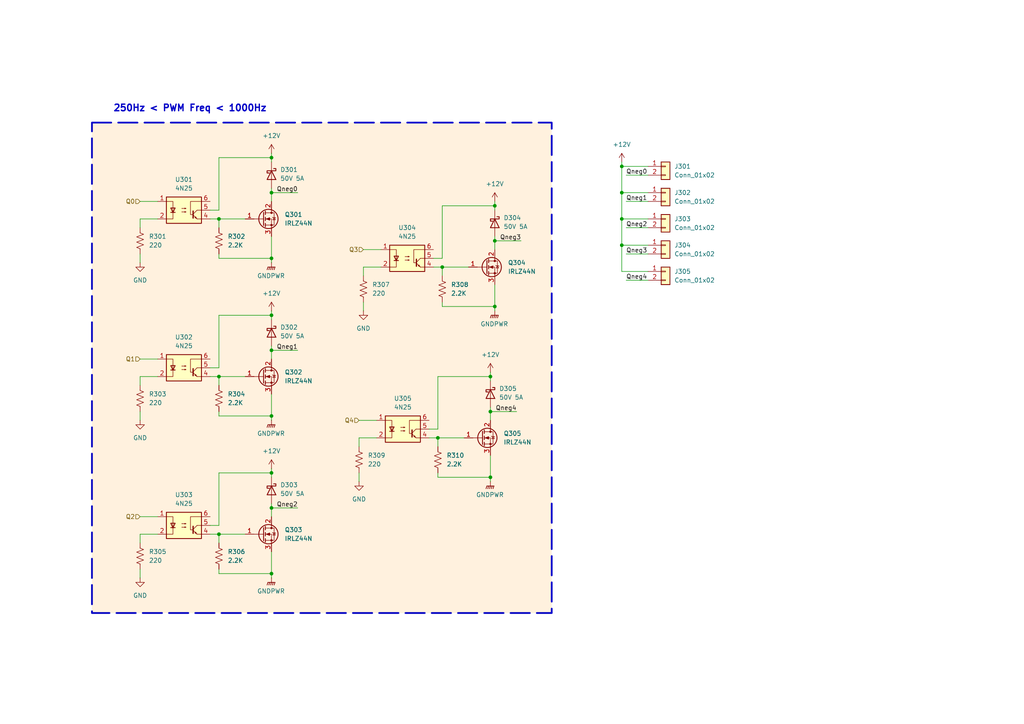
<source format=kicad_sch>
(kicad_sch (version 20231120) (generator "eeschema") (generator_version "8.0")
  (paper "A4")
  (lib_symbols
    (symbol "Connector_Generic:Conn_01x02" (pin_names (offset 1.016) hide)
      (property "Reference" "J" (at 0 2.54 0))
      (property "Value" "Conn_01x02" (at 0 -5.08 0))
      (symbol "Conn_01x02_1_1"
        (rectangle (start -1.27 -2.413) (end 0 -2.667) (stroke (width 0.1524)))
        (rectangle (start -1.27 0.127) (end 0 -0.127) (stroke (width 0.1524)))
        (rectangle (start -1.27 1.27) (end 1.27 -3.81) (stroke (width 0.254)) (fill (type background)))
        (pin passive line (at -5.08 0 0) (length 3.81) (name "Pin_1") (number "1"))
        (pin passive line (at -5.08 -2.54 0) (length 3.81) (name "Pin_2") (number "2"))
      )
    )
    (symbol "Device:R_US" (pin_numbers hide) (pin_names (offset 0))
      (property "Reference" "R" (at 2.54 0 90))
      (property "Value" "R_US" (at -2.54 0 90))
      (symbol "R_US_0_1"
        (polyline (pts (xy 0 -2.286) (xy 0 -2.54)))
        (polyline (pts (xy 0 2.286) (xy 0 2.54)))
        (polyline (pts (xy 0 -0.762) (xy 1.016 -1.143) (xy 0 -1.524) (xy -1.016 -1.905) (xy 0 -2.286)))
        (polyline (pts (xy 0 0.762) (xy 1.016 0.381) (xy 0 0) (xy -1.016 -0.381) (xy 0 -0.762)))
        (polyline (pts (xy 0 2.286) (xy 1.016 1.905) (xy 0 1.524) (xy -1.016 1.143) (xy 0 0.762)))
      )
      (symbol "R_US_1_1"
        (pin passive line (at 0 3.81 270) (length 1.27) (name "~") (number "1"))
        (pin passive line (at 0 -3.81 90) (length 1.27) (name "~") (number "2"))
      )
    )
    (symbol "Diode:1N5817" (pin_numbers hide) (pin_names (offset 1.016) hide)
      (property "Reference" "D" (at 0 2.54 0))
      (property "Value" "1N5817" (at 0 -2.54 0))
      (symbol "1N5817_0_1"
        (polyline (pts (xy 1.27 0) (xy -1.27 0)))
        (polyline (pts (xy 1.27 1.27) (xy 1.27 -1.27) (xy -1.27 0) (xy 1.27 1.27)) (stroke (width 0.254)))
        (polyline (pts (xy -1.905 0.635) (xy -1.905 1.27) (xy -1.27 1.27) (xy -1.27 -1.27) (xy -0.635 -1.27) (xy -0.635 -0.635)) (stroke (width 0.254)))
      )
      (symbol "1N5817_1_1"
        (pin passive line (at -3.81 0 0) (length 2.54) (name "K") (number "1"))
        (pin passive line (at 3.81 0 180) (length 2.54) (name "A") (number "2"))
      )
    )
    (symbol "Isolator:4N25" (pin_names (offset 1.016))
      (property "Reference" "U" (at -5.08 5.08 0))
      (property "Value" "4N25" (at 0 5.08 0))
      (symbol "4N25_0_1"
        (rectangle (start -5.08 3.81) (end 5.08 -3.81) (stroke (width 0.254)) (fill (type background)))
        (polyline (pts (xy -3.81 -0.635) (xy -2.54 -0.635)) (stroke (width 0.254)))
        (polyline (pts (xy 2.667 -1.397) (xy 3.81 -2.54)))
        (polyline (pts (xy 2.667 -1.143) (xy 3.81 0)))
        (polyline (pts (xy 3.81 -2.54) (xy 5.08 -2.54)))
        (polyline (pts (xy 3.81 0) (xy 5.08 0)))
        (polyline (pts (xy 2.667 -0.254) (xy 2.667 -2.286) (xy 2.667 -2.286)) (stroke (width 0.3556)))
        (polyline (pts (xy -5.08 -2.54) (xy -3.175 -2.54) (xy -3.175 2.54) (xy -5.08 2.54)))
        (polyline (pts (xy -3.175 -0.635) (xy -3.81 0.635) (xy -2.54 0.635) (xy -3.175 -0.635)) (stroke (width 0.254)))
        (polyline (pts (xy 3.683 -2.413) (xy 3.429 -1.905) (xy 3.175 -2.159) (xy 3.683 -2.413)))
        (polyline (pts (xy 5.08 2.54) (xy 1.905 2.54) (xy 1.905 -1.27) (xy 2.54 -1.27)))
        (polyline (pts (xy -0.635 -0.508) (xy 0.635 -0.508) (xy 0.254 -0.635) (xy 0.254 -0.381) (xy 0.635 -0.508)))
        (polyline (pts (xy -0.635 0.508) (xy 0.635 0.508) (xy 0.254 0.381) (xy 0.254 0.635) (xy 0.635 0.508)))
      )
      (symbol "4N25_1_1"
        (pin passive line (at -7.62 2.54 0) (length 2.54) (name "~") (number "1"))
        (pin passive line (at -7.62 -2.54 0) (length 2.54) (name "~") (number "2"))
        (pin no_connect line (at -5.08 0 0) (length 2.54) hide (name "NC") (number "3"))
        (pin passive line (at 7.62 -2.54 180) (length 2.54) (name "~") (number "4"))
        (pin passive line (at 7.62 0 180) (length 2.54) (name "~") (number "5"))
        (pin passive line (at 7.62 2.54 180) (length 2.54) (name "~") (number "6"))
      )
    )
    (symbol "Transistor_FET:IRLZ44N" (pin_names hide)
      (property "Reference" "Q" (at 5.08 1.905 0))
      (property "Value" "IRLZ44N" (at 5.08 0 0))
      (symbol "IRLZ44N_0_1"
        (polyline (pts (xy 0.254 0) (xy -2.54 0)))
        (polyline (pts (xy 0.254 1.905) (xy 0.254 -1.905)) (stroke (width 0.254)))
        (polyline (pts (xy 0.762 -1.27) (xy 0.762 -2.286)) (stroke (width 0.254)))
        (polyline (pts (xy 0.762 0.508) (xy 0.762 -0.508)) (stroke (width 0.254)))
        (polyline (pts (xy 0.762 2.286) (xy 0.762 1.27)) (stroke (width 0.254)))
        (polyline (pts (xy 2.54 2.54) (xy 2.54 1.778)))
        (polyline (pts (xy 2.54 -2.54) (xy 2.54 0) (xy 0.762 0)))
        (polyline (pts (xy 0.762 -1.778) (xy 3.302 -1.778) (xy 3.302 1.778) (xy 0.762 1.778)))
        (polyline (pts (xy 1.016 0) (xy 2.032 0.381) (xy 2.032 -0.381) (xy 1.016 0)) (fill (type outline)))
        (polyline (pts (xy 2.794 0.508) (xy 2.921 0.381) (xy 3.683 0.381) (xy 3.81 0.254)))
        (polyline (pts (xy 3.302 0.381) (xy 2.921 -0.254) (xy 3.683 -0.254) (xy 3.302 0.381)))
        (circle (center 1.651 0) (radius 2.794) (stroke (width 0.254)))
        (circle (center 2.54 -1.778) (radius 0.254) (fill (type outline)))
        (circle (center 2.54 1.778) (radius 0.254) (fill (type outline)))
      )
      (symbol "IRLZ44N_1_1"
        (pin input line (at -5.08 0 0) (length 2.54) (name "G") (number "1"))
        (pin passive line (at 2.54 5.08 270) (length 2.54) (name "D") (number "2"))
        (pin passive line (at 2.54 -5.08 90) (length 2.54) (name "S") (number "3"))
      )
    )
    (symbol "power:+12V" (power) (pin_numbers hide) (pin_names (offset 0) hide)
      (property "Value" "+12V" (at 0 3.556 0))
      (symbol "+12V_0_1"
        (polyline (pts (xy -0.762 1.27) (xy 0 2.54)))
        (polyline (pts (xy 0 0) (xy 0 2.54)))
        (polyline (pts (xy 0 2.54) (xy 0.762 1.27)))
      )
      (symbol "+12V_1_1"
        (pin power_in line (at 0 0 90) (length 0) (name "~") (number "1"))
      )
    )
    (symbol "power:GND" (power) (pin_numbers hide) (pin_names (offset 0) hide)
      (property "Value" "GND" (at 0 -3.81 0))
      (symbol "GND_0_1"
        (polyline (pts (xy 0 0) (xy 0 -1.27) (xy 1.27 -1.27) (xy 0 -2.54) (xy -1.27 -1.27) (xy 0 -1.27)))
      )
      (symbol "GND_1_1"
        (pin power_in line (at 0 0 270) (length 0) (name "~") (number "1"))
      )
    )
    (symbol "power:GNDPWR" (power) (pin_numbers hide) (pin_names (offset 0) hide)
      (property "Value" "GNDPWR" (at 0 -3.302 0))
      (symbol "GNDPWR_0_1"
        (polyline (pts (xy 0 -1.27) (xy 0 0)))
        (polyline (pts (xy -1.016 -1.27) (xy -1.27 -2.032) (xy -1.27 -2.032)) (stroke (width 0.2032)))
        (polyline (pts (xy -0.508 -1.27) (xy -0.762 -2.032) (xy -0.762 -2.032)) (stroke (width 0.2032)))
        (polyline (pts (xy 0 -1.27) (xy -0.254 -2.032) (xy -0.254 -2.032)) (stroke (width 0.2032)))
        (polyline (pts (xy 0.508 -1.27) (xy 0.254 -2.032) (xy 0.254 -2.032)) (stroke (width 0.2032)))
        (polyline (pts (xy 1.016 -1.27) (xy -1.016 -1.27) (xy -1.016 -1.27)) (stroke (width 0.2032)))
        (polyline (pts (xy 1.016 -1.27) (xy 0.762 -2.032) (xy 0.762 -2.032) (xy 0.762 -2.032)) (stroke (width 0.2032)))
      )
      (symbol "GNDPWR_1_1"
        (pin power_in line (at 0 0 270) (length 0) (name "~") (number "1"))
      )
    )
  )
  (junction (at 78.74 120.65))
  (junction (at 180.34 48.26))
  (junction (at 142.24 138.43))
  (junction (at 78.74 166.37))
  (junction (at 142.24 109.22))
  (junction (at 127 127))
  (junction (at 63.5 154.94))
  (junction (at 180.34 63.5))
  (junction (at 78.74 101.6))
  (junction (at 63.5 63.5))
  (junction (at 78.74 45.72))
  (junction (at 78.74 147.32))
  (junction (at 78.74 74.93))
  (junction (at 128.27 77.47))
  (junction (at 143.51 59.69))
  (junction (at 143.51 69.85))
  (junction (at 180.34 55.88))
  (junction (at 142.24 119.38))
  (junction (at 143.51 88.9))
  (junction (at 63.5 109.22))
  (junction (at 78.74 55.88))
  (junction (at 78.74 137.16))
  (junction (at 78.74 91.44))
  (junction (at 180.34 71.12))
  (wire (pts (xy 127 109.22) (xy 142.24 109.22)))
  (wire (pts (xy 125.73 77.47) (xy 128.27 77.47)))
  (wire (pts (xy 78.74 92.71) (xy 78.74 91.44)))
  (wire (pts (xy 142.24 121.92) (xy 142.24 119.38)))
  (wire (pts (xy 149.86 119.38) (xy 142.24 119.38)))
  (wire (pts (xy 181.61 73.66) (xy 187.96 73.66)))
  (wire (pts (xy 142.24 132.08) (xy 142.24 138.43)))
  (wire (pts (xy 40.64 154.94) (xy 40.64 157.48)))
  (wire (pts (xy 142.24 110.49) (xy 142.24 109.22)))
  (wire (pts (xy 63.5 109.22) (xy 63.5 111.76)))
  (wire (pts (xy 78.74 68.58) (xy 78.74 74.93)))
  (wire (pts (xy 180.34 63.5) (xy 180.34 71.12)))
  (wire (pts (xy 105.41 77.47) (xy 105.41 80.01)))
  (wire (pts (xy 127 138.43) (xy 142.24 138.43)))
  (wire (pts (xy 40.64 149.86) (xy 45.72 149.86)))
  (wire (pts (xy 63.5 137.16) (xy 78.74 137.16)))
  (wire (pts (xy 78.74 104.14) (xy 78.74 101.6)))
  (wire (pts (xy 110.49 77.47) (xy 105.41 77.47)))
  (wire (pts (xy 60.96 63.5) (xy 63.5 63.5)))
  (wire (pts (xy 104.14 127) (xy 104.14 129.54)))
  (wire (pts (xy 86.36 101.6) (xy 78.74 101.6)))
  (wire (pts (xy 63.5 154.94) (xy 71.12 154.94)))
  (wire (pts (xy 78.74 149.86) (xy 78.74 147.32)))
  (wire (pts (xy 105.41 72.39) (xy 110.49 72.39)))
  (wire (pts (xy 143.51 60.96) (xy 143.51 59.69)))
  (wire (pts (xy 127 109.22) (xy 127 124.46)))
  (wire (pts (xy 40.64 63.5) (xy 40.64 66.04)))
  (wire (pts (xy 63.5 74.93) (xy 78.74 74.93)))
  (wire (pts (xy 109.22 127) (xy 104.14 127)))
  (wire (pts (xy 40.64 104.14) (xy 45.72 104.14)))
  (wire (pts (xy 181.61 50.8) (xy 187.96 50.8)))
  (wire (pts (xy 181.61 66.04) (xy 187.96 66.04)))
  (wire (pts (xy 63.5 166.37) (xy 78.74 166.37)))
  (wire (pts (xy 128.27 77.47) (xy 135.89 77.47)))
  (wire (pts (xy 78.74 46.99) (xy 78.74 45.72)))
  (wire (pts (xy 127 124.46) (xy 124.46 124.46)))
  (wire (pts (xy 187.96 55.88) (xy 180.34 55.88)))
  (wire (pts (xy 104.14 121.92) (xy 109.22 121.92)))
  (wire (pts (xy 86.36 55.88) (xy 78.74 55.88)))
  (wire (pts (xy 187.96 48.26) (xy 180.34 48.26)))
  (wire (pts (xy 63.5 109.22) (xy 71.12 109.22)))
  (wire (pts (xy 63.5 119.38) (xy 63.5 120.65)))
  (wire (pts (xy 180.34 46.99) (xy 180.34 48.26)))
  (wire (pts (xy 86.36 147.32) (xy 78.74 147.32)))
  (wire (pts (xy 60.96 109.22) (xy 63.5 109.22)))
  (wire (pts (xy 63.5 60.96) (xy 60.96 60.96)))
  (wire (pts (xy 78.74 54.61) (xy 78.74 55.88)))
  (wire (pts (xy 63.5 63.5) (xy 71.12 63.5)))
  (wire (pts (xy 180.34 71.12) (xy 180.34 78.74)))
  (wire (pts (xy 63.5 73.66) (xy 63.5 74.93)))
  (wire (pts (xy 143.51 88.9) (xy 143.51 90.17)))
  (wire (pts (xy 127 127) (xy 127 129.54)))
  (wire (pts (xy 180.34 55.88) (xy 180.34 63.5)))
  (wire (pts (xy 127 127) (xy 134.62 127)))
  (wire (pts (xy 143.51 58.42) (xy 143.51 59.69)))
  (wire (pts (xy 128.27 59.69) (xy 143.51 59.69)))
  (wire (pts (xy 40.64 73.66) (xy 40.64 76.2)))
  (wire (pts (xy 40.64 119.38) (xy 40.64 121.92)))
  (wire (pts (xy 142.24 107.95) (xy 142.24 109.22)))
  (wire (pts (xy 104.14 137.16) (xy 104.14 139.7)))
  (wire (pts (xy 78.74 138.43) (xy 78.74 137.16)))
  (wire (pts (xy 78.74 120.65) (xy 78.74 121.92)))
  (wire (pts (xy 128.27 74.93) (xy 125.73 74.93)))
  (wire (pts (xy 142.24 138.43) (xy 142.24 139.7)))
  (wire (pts (xy 63.5 137.16) (xy 63.5 152.4)))
  (wire (pts (xy 63.5 45.72) (xy 78.74 45.72)))
  (wire (pts (xy 143.51 72.39) (xy 143.51 69.85)))
  (wire (pts (xy 105.41 87.63) (xy 105.41 90.17)))
  (wire (pts (xy 78.74 74.93) (xy 78.74 76.2)))
  (wire (pts (xy 63.5 106.68) (xy 60.96 106.68)))
  (wire (pts (xy 40.64 165.1) (xy 40.64 167.64)))
  (wire (pts (xy 142.24 118.11) (xy 142.24 119.38)))
  (wire (pts (xy 143.51 68.58) (xy 143.51 69.85)))
  (wire (pts (xy 180.34 78.74) (xy 187.96 78.74)))
  (wire (pts (xy 78.74 58.42) (xy 78.74 55.88)))
  (wire (pts (xy 78.74 44.45) (xy 78.74 45.72)))
  (wire (pts (xy 128.27 87.63) (xy 128.27 88.9)))
  (wire (pts (xy 180.34 71.12) (xy 187.96 71.12)))
  (wire (pts (xy 63.5 63.5) (xy 63.5 66.04)))
  (wire (pts (xy 78.74 160.02) (xy 78.74 166.37)))
  (wire (pts (xy 40.64 109.22) (xy 40.64 111.76)))
  (wire (pts (xy 128.27 88.9) (xy 143.51 88.9)))
  (wire (pts (xy 60.96 154.94) (xy 63.5 154.94)))
  (wire (pts (xy 180.34 48.26) (xy 180.34 55.88)))
  (wire (pts (xy 181.61 58.42) (xy 187.96 58.42)))
  (wire (pts (xy 63.5 154.94) (xy 63.5 157.48)))
  (wire (pts (xy 143.51 82.55) (xy 143.51 88.9)))
  (wire (pts (xy 63.5 120.65) (xy 78.74 120.65)))
  (wire (pts (xy 63.5 91.44) (xy 63.5 106.68)))
  (wire (pts (xy 78.74 146.05) (xy 78.74 147.32)))
  (wire (pts (xy 63.5 152.4) (xy 60.96 152.4)))
  (wire (pts (xy 127 137.16) (xy 127 138.43)))
  (wire (pts (xy 78.74 100.33) (xy 78.74 101.6)))
  (wire (pts (xy 45.72 63.5) (xy 40.64 63.5)))
  (wire (pts (xy 151.13 69.85) (xy 143.51 69.85)))
  (wire (pts (xy 63.5 45.72) (xy 63.5 60.96)))
  (wire (pts (xy 78.74 90.17) (xy 78.74 91.44)))
  (wire (pts (xy 78.74 114.3) (xy 78.74 120.65)))
  (wire (pts (xy 78.74 166.37) (xy 78.74 167.64)))
  (wire (pts (xy 128.27 77.47) (xy 128.27 80.01)))
  (wire (pts (xy 128.27 59.69) (xy 128.27 74.93)))
  (wire (pts (xy 40.64 58.42) (xy 45.72 58.42)))
  (wire (pts (xy 63.5 165.1) (xy 63.5 166.37)))
  (wire (pts (xy 45.72 154.94) (xy 40.64 154.94)))
  (wire (pts (xy 124.46 127) (xy 127 127)))
  (wire (pts (xy 78.74 135.89) (xy 78.74 137.16)))
  (wire (pts (xy 45.72 109.22) (xy 40.64 109.22)))
  (wire (pts (xy 181.61 81.28) (xy 187.96 81.28)))
  (wire (pts (xy 180.34 63.5) (xy 187.96 63.5)))
  (wire (pts (xy 63.5 91.44) (xy 78.74 91.44)))
  (rectangle (start 26.67 35.56) (end 160.02 177.8) (stroke (width 0.508) (type dash)) (fill (type color) (color 255 229 191 0.5)))
  (text "250Hz < PWM Freq < 1000Hz" (at 55.118 31.496 0) (effects (font (size 1.905 1.905) (thickness 0.381) (bold yes))))
  (label "Qneg2" (at 181.61 66.04 0))
  (label "Qneg3" (at 181.61 73.66 0))
  (label "Qneg4" (at 149.86 119.38 180))
  (label "Qneg4" (at 181.61 81.28 0))
  (label "Qneg0" (at 181.61 50.8 0))
  (label "Qneg1" (at 181.61 58.42 0))
  (label "Qneg0" (at 86.36 55.88 180))
  (label "Qneg2" (at 86.36 147.32 180))
  (label "Qneg3" (at 151.13 69.85 180))
  (label "Qneg1" (at 86.36 101.6 180))
  (hierarchical_label "Q0" (shape input) (at 40.64 58.42 180))
  (hierarchical_label "Q3" (shape input) (at 105.41 72.39 180))
  (hierarchical_label "Q1" (shape input) (at 40.64 104.14 180))
  (hierarchical_label "Q4" (shape input) (at 104.14 121.92 180))
  (hierarchical_label "Q2" (shape input) (at 40.64 149.86 180))
  (symbol (lib_id "power:GNDPWR") (at 142.24 139.7 0) (unit 1)
    (property "Reference" "#PWR0315" (effects (hide yes)))
    (property "Value" "GNDPWR" (at 142.113 143.51 0))
    (property "Description" "Power symbol creates a global label with name \"GNDPWR\" , global ground" (effects (hide yes)))
  )
  (symbol (lib_id "Diode:1N5817") (at 78.74 96.52 270) (unit 1)
    (property "Reference" "D302" (at 81.28 94.9324 90) (effects (justify left)))
    (property "Value" "50V 5A" (at 81.28 97.4724 90) (effects (justify left)))
    (property "Footprint" "Diode_SMD:D_SMA_Handsoldering" (effects (hide yes)))
    (property "Datasheet" "http://www.vishay.com/docs/88525/1n5817.pdf" (effects (hide yes)))
    (property "Description" "Schottky Diode" (effects (hide yes)))
  )
  (symbol (lib_id "Transistor_FET:IRLZ44N") (at 76.2 109.22 0) (unit 1)
    (property "Reference" "Q302" (at 82.55 107.9499 0) (effects (justify left)))
    (property "Value" "IRLZ44N" (at 82.55 110.4899 0) (effects (justify left)))
    (property "Footprint" "Package_TO_SOT_THT:TO-220-3_Vertical" (effects (hide yes)))
    (property "Datasheet" "http://www.irf.com/product-info/datasheets/data/irlz44n.pdf" (effects (hide yes)))
    (property "Description" "47A Id, 55V Vds, 22mOhm Rds Single N-Channel HEXFET Power MOSFET, TO-220AB" (effects (hide yes)))
  )
  (symbol (lib_id "Device:R_US") (at 128.27 83.82 0) (unit 1)
    (property "Reference" "R308" (at 130.81 82.5499 0) (effects (justify left)))
    (property "Value" "2.2K" (at 130.81 85.0899 0) (effects (justify left)))
    (property "Footprint" "Resistor_THT:R_Axial_DIN0204_L3.6mm_D1.6mm_P5.08mm_Horizontal" (effects (hide yes)))
    (property "Description" "Resistor, US symbol" (effects (hide yes)))
  )
  (symbol (lib_id "power:GND") (at 104.14 139.7 0) (unit 1)
    (property "Reference" "#PWR0313" (effects (hide yes)))
    (property "Value" "GND" (at 104.14 144.78 0))
    (property "Description" "Power symbol creates a global label with name \"GND\" , ground" (effects (hide yes)))
  )
  (symbol (lib_id "Isolator:4N25") (at 118.11 74.93 0) (unit 1)
    (property "Reference" "U304" (at 118.11 66.04 0))
    (property "Value" "4N25" (at 118.11 68.58 0))
    (property "Footprint" "Package_DIP:DIP-6_W7.62mm_Socket" (effects (hide yes)))
    (property "Datasheet" "https://www.vishay.com/docs/83725/4n25.pdf" (effects (hide yes)))
    (property "Description" "DC Optocoupler Base Connected, Vce 30V, CTR 20%, Viso 2500V, DIP6" (effects (hide yes)))
  )
  (symbol (lib_id "Connector_Generic:Conn_01x02") (at 193.04 78.74 0) (unit 1)
    (property "Reference" "J305" (at 195.58 78.7399 0) (effects (justify left)))
    (property "Value" "Conn_01x02" (at 195.58 81.2799 0) (effects (justify left)))
    (property "Footprint" "Connector_Phoenix_MC:PhoenixContact_MC_1,5_2-G-3.81_1x02_P3.81mm_Horizontal" (effects (hide yes)))
    (property "Description" "Generic connector, single row, 01x02, script generated (kicad-library-utils/schlib/autogen/connector/)" (effects (hide yes)))
  )
  (symbol (lib_id "Isolator:4N25") (at 116.84 124.46 0) (unit 1)
    (property "Reference" "U305" (at 116.84 115.57 0))
    (property "Value" "4N25" (at 116.84 118.11 0))
    (property "Footprint" "Package_DIP:DIP-6_W7.62mm_Socket" (effects (hide yes)))
    (property "Datasheet" "https://www.vishay.com/docs/83725/4n25.pdf" (effects (hide yes)))
    (property "Description" "DC Optocoupler Base Connected, Vce 30V, CTR 20%, Viso 2500V, DIP6" (effects (hide yes)))
  )
  (symbol (lib_id "Diode:1N5817") (at 78.74 50.8 270) (unit 1)
    (property "Reference" "D301" (at 81.28 49.2124 90) (effects (justify left)))
    (property "Value" "50V 5A" (at 81.28 51.7524 90) (effects (justify left)))
    (property "Footprint" "Diode_SMD:D_SMA_Handsoldering" (effects (hide yes)))
    (property "Datasheet" "http://www.vishay.com/docs/88525/1n5817.pdf" (effects (hide yes)))
    (property "Description" "Schottky Diode" (effects (hide yes)))
  )
  (symbol (lib_id "Device:R_US") (at 40.64 69.85 0) (unit 1)
    (property "Reference" "R301" (at 43.18 68.5799 0) (effects (justify left)))
    (property "Value" "220" (at 43.18 71.1199 0) (effects (justify left)))
    (property "Footprint" "Resistor_THT:R_Axial_DIN0204_L3.6mm_D1.6mm_P5.08mm_Horizontal" (effects (hide yes)))
    (property "Description" "Resistor, US symbol" (effects (hide yes)))
  )
  (symbol (lib_id "Isolator:4N25") (at 53.34 60.96 0) (unit 1)
    (property "Reference" "U301" (at 53.34 52.07 0))
    (property "Value" "4N25" (at 53.34 54.61 0))
    (property "Footprint" "Package_DIP:DIP-6_W7.62mm_Socket" (effects (hide yes)))
    (property "Datasheet" "https://www.vishay.com/docs/83725/4n25.pdf" (effects (hide yes)))
    (property "Description" "DC Optocoupler Base Connected, Vce 30V, CTR 20%, Viso 2500V, DIP6" (effects (hide yes)))
  )
  (symbol (lib_id "Connector_Generic:Conn_01x02") (at 193.04 63.5 0) (unit 1)
    (property "Reference" "J303" (at 195.58 63.4999 0) (effects (justify left)))
    (property "Value" "Conn_01x02" (at 195.58 66.0399 0) (effects (justify left)))
    (property "Footprint" "Connector_Phoenix_MC:PhoenixContact_MC_1,5_2-G-3.81_1x02_P3.81mm_Horizontal" (effects (hide yes)))
    (property "Description" "Generic connector, single row, 01x02, script generated (kicad-library-utils/schlib/autogen/connector/)" (effects (hide yes)))
  )
  (symbol (lib_id "Transistor_FET:IRLZ44N") (at 140.97 77.47 0) (unit 1)
    (property "Reference" "Q304" (at 147.32 76.1999 0) (effects (justify left)))
    (property "Value" "IRLZ44N" (at 147.32 78.7399 0) (effects (justify left)))
    (property "Footprint" "Package_TO_SOT_THT:TO-220-3_Vertical" (effects (hide yes)))
    (property "Datasheet" "http://www.irf.com/product-info/datasheets/data/irlz44n.pdf" (effects (hide yes)))
    (property "Description" "47A Id, 55V Vds, 22mOhm Rds Single N-Channel HEXFET Power MOSFET, TO-220AB" (effects (hide yes)))
  )
  (symbol (lib_id "power:+12V") (at 142.24 107.95 0) (unit 1)
    (property "Reference" "#PWR0314" (effects (hide yes)))
    (property "Value" "+12V" (at 142.24 102.87 0))
    (property "Description" "Power symbol creates a global label with name \"+12V\"" (effects (hide yes)))
  )
  (symbol (lib_id "power:+12V") (at 143.51 58.42 0) (unit 1)
    (property "Reference" "#PWR0311" (effects (hide yes)))
    (property "Value" "+12V" (at 143.51 53.34 0))
    (property "Description" "Power symbol creates a global label with name \"+12V\"" (effects (hide yes)))
  )
  (symbol (lib_id "Device:R_US") (at 127 133.35 0) (unit 1)
    (property "Reference" "R310" (at 129.54 132.0799 0) (effects (justify left)))
    (property "Value" "2.2K" (at 129.54 134.6199 0) (effects (justify left)))
    (property "Footprint" "Resistor_THT:R_Axial_DIN0204_L3.6mm_D1.6mm_P5.08mm_Horizontal" (effects (hide yes)))
    (property "Description" "Resistor, US symbol" (effects (hide yes)))
  )
  (symbol (lib_id "power:GND") (at 40.64 167.64 0) (unit 1)
    (property "Reference" "#PWR0307" (effects (hide yes)))
    (property "Value" "GND" (at 40.64 172.72 0))
    (property "Description" "Power symbol creates a global label with name \"GND\" , ground" (effects (hide yes)))
  )
  (symbol (lib_id "Device:R_US") (at 63.5 161.29 0) (unit 1)
    (property "Reference" "R306" (at 66.04 160.0199 0) (effects (justify left)))
    (property "Value" "2.2K" (at 66.04 162.5599 0) (effects (justify left)))
    (property "Footprint" "Resistor_THT:R_Axial_DIN0204_L3.6mm_D1.6mm_P5.08mm_Horizontal" (effects (hide yes)))
    (property "Description" "Resistor, US symbol" (effects (hide yes)))
  )
  (symbol (lib_id "Device:R_US") (at 104.14 133.35 0) (unit 1)
    (property "Reference" "R309" (at 106.68 132.0799 0) (effects (justify left)))
    (property "Value" "220" (at 106.68 134.6199 0) (effects (justify left)))
    (property "Footprint" "Resistor_THT:R_Axial_DIN0204_L3.6mm_D1.6mm_P5.08mm_Horizontal" (effects (hide yes)))
    (property "Description" "Resistor, US symbol" (effects (hide yes)))
  )
  (symbol (lib_id "Device:R_US") (at 63.5 115.57 0) (unit 1)
    (property "Reference" "R304" (at 66.04 114.2999 0) (effects (justify left)))
    (property "Value" "2.2K" (at 66.04 116.8399 0) (effects (justify left)))
    (property "Footprint" "Resistor_THT:R_Axial_DIN0204_L3.6mm_D1.6mm_P5.08mm_Horizontal" (effects (hide yes)))
    (property "Description" "Resistor, US symbol" (effects (hide yes)))
  )
  (symbol (lib_id "power:GNDPWR") (at 78.74 76.2 0) (unit 1)
    (property "Reference" "#PWR0302" (effects (hide yes)))
    (property "Value" "GNDPWR" (at 78.613 80.01 0))
    (property "Description" "Power symbol creates a global label with name \"GNDPWR\" , global ground" (effects (hide yes)))
  )
  (symbol (lib_id "power:GND") (at 40.64 121.92 0) (unit 1)
    (property "Reference" "#PWR0304" (effects (hide yes)))
    (property "Value" "GND" (at 40.64 127 0))
    (property "Description" "Power symbol creates a global label with name \"GND\" , ground" (effects (hide yes)))
  )
  (symbol (lib_id "power:GND") (at 40.64 76.2 0) (unit 1)
    (property "Reference" "#PWR0301" (effects (hide yes)))
    (property "Value" "GND" (at 40.64 81.28 0))
    (property "Description" "Power symbol creates a global label with name \"GND\" , ground" (effects (hide yes)))
  )
  (symbol (lib_id "power:GNDPWR") (at 143.51 90.17 0) (unit 1)
    (property "Reference" "#PWR0312" (effects (hide yes)))
    (property "Value" "GNDPWR" (at 143.383 93.98 0))
    (property "Description" "Power symbol creates a global label with name \"GNDPWR\" , global ground" (effects (hide yes)))
  )
  (symbol (lib_id "Diode:1N5817") (at 78.74 142.24 270) (unit 1)
    (property "Reference" "D303" (at 81.28 140.6524 90) (effects (justify left)))
    (property "Value" "50V 5A" (at 81.28 143.1924 90) (effects (justify left)))
    (property "Footprint" "Diode_SMD:D_SMA_Handsoldering" (effects (hide yes)))
    (property "Datasheet" "http://www.vishay.com/docs/88525/1n5817.pdf" (effects (hide yes)))
    (property "Description" "Schottky Diode" (effects (hide yes)))
  )
  (symbol (lib_id "power:+12V") (at 180.34 46.99 0) (unit 1)
    (property "Reference" "#PWR0316" (effects (hide yes)))
    (property "Value" "+12V" (at 180.34 41.91 0))
    (property "Description" "Power symbol creates a global label with name \"+12V\"" (effects (hide yes)))
  )
  (symbol (lib_id "power:GNDPWR") (at 78.74 121.92 0) (unit 1)
    (property "Reference" "#PWR0306" (effects (hide yes)))
    (property "Value" "GNDPWR" (at 78.613 125.73 0))
    (property "Description" "Power symbol creates a global label with name \"GNDPWR\" , global ground" (effects (hide yes)))
  )
  (symbol (lib_id "Connector_Generic:Conn_01x02") (at 193.04 55.88 0) (unit 1)
    (property "Reference" "J302" (at 195.58 55.8799 0) (effects (justify left)))
    (property "Value" "Conn_01x02" (at 195.58 58.4199 0) (effects (justify left)))
    (property "Footprint" "Connector_Phoenix_MC:PhoenixContact_MC_1,5_2-G-3.81_1x02_P3.81mm_Horizontal" (effects (hide yes)))
    (property "Description" "Generic connector, single row, 01x02, script generated (kicad-library-utils/schlib/autogen/connector/)" (effects (hide yes)))
  )
  (symbol (lib_id "Transistor_FET:IRLZ44N") (at 76.2 63.5 0) (unit 1)
    (property "Reference" "Q301" (at 82.55 62.2299 0) (effects (justify left)))
    (property "Value" "IRLZ44N" (at 82.55 64.7699 0) (effects (justify left)))
    (property "Footprint" "Package_TO_SOT_THT:TO-220-3_Vertical" (effects (hide yes)))
    (property "Datasheet" "http://www.irf.com/product-info/datasheets/data/irlz44n.pdf" (effects (hide yes)))
    (property "Description" "47A Id, 55V Vds, 22mOhm Rds Single N-Channel HEXFET Power MOSFET, TO-220AB" (effects (hide yes)))
  )
  (symbol (lib_id "power:GNDPWR") (at 78.74 167.64 0) (unit 1)
    (property "Reference" "#PWR0309" (effects (hide yes)))
    (property "Value" "GNDPWR" (at 78.613 171.45 0))
    (property "Description" "Power symbol creates a global label with name \"GNDPWR\" , global ground" (effects (hide yes)))
  )
  (symbol (lib_id "power:+12V") (at 78.74 44.45 0) (unit 1)
    (property "Reference" "#PWR0303" (effects (hide yes)))
    (property "Value" "+12V" (at 78.74 39.37 0))
    (property "Description" "Power symbol creates a global label with name \"+12V\"" (effects (hide yes)))
  )
  (symbol (lib_id "Diode:1N5817") (at 142.24 114.3 270) (unit 1)
    (property "Reference" "D305" (at 144.78 112.7124 90) (effects (justify left)))
    (property "Value" "50V 5A" (at 144.78 115.2524 90) (effects (justify left)))
    (property "Footprint" "Diode_SMD:D_SMA_Handsoldering" (effects (hide yes)))
    (property "Datasheet" "http://www.vishay.com/docs/88525/1n5817.pdf" (effects (hide yes)))
    (property "Description" "Schottky Diode" (effects (hide yes)))
  )
  (symbol (lib_id "Isolator:4N25") (at 53.34 152.4 0) (unit 1)
    (property "Reference" "U303" (at 53.34 143.51 0))
    (property "Value" "4N25" (at 53.34 146.05 0))
    (property "Footprint" "Package_DIP:DIP-6_W7.62mm_Socket" (effects (hide yes)))
    (property "Datasheet" "https://www.vishay.com/docs/83725/4n25.pdf" (effects (hide yes)))
    (property "Description" "DC Optocoupler Base Connected, Vce 30V, CTR 20%, Viso 2500V, DIP6" (effects (hide yes)))
  )
  (symbol (lib_id "power:GND") (at 105.41 90.17 0) (unit 1)
    (property "Reference" "#PWR0310" (effects (hide yes)))
    (property "Value" "GND" (at 105.41 95.25 0))
    (property "Description" "Power symbol creates a global label with name \"GND\" , ground" (effects (hide yes)))
  )
  (symbol (lib_id "Transistor_FET:IRLZ44N") (at 139.7 127 0) (unit 1)
    (property "Reference" "Q305" (at 146.05 125.7299 0) (effects (justify left)))
    (property "Value" "IRLZ44N" (at 146.05 128.2699 0) (effects (justify left)))
    (property "Footprint" "Package_TO_SOT_THT:TO-220-3_Vertical" (effects (hide yes)))
    (property "Datasheet" "http://www.irf.com/product-info/datasheets/data/irlz44n.pdf" (effects (hide yes)))
    (property "Description" "47A Id, 55V Vds, 22mOhm Rds Single N-Channel HEXFET Power MOSFET, TO-220AB" (effects (hide yes)))
  )
  (symbol (lib_id "Device:R_US") (at 63.5 69.85 0) (unit 1)
    (property "Reference" "R302" (at 66.04 68.5799 0) (effects (justify left)))
    (property "Value" "2.2K" (at 66.04 71.1199 0) (effects (justify left)))
    (property "Footprint" "Resistor_THT:R_Axial_DIN0204_L3.6mm_D1.6mm_P5.08mm_Horizontal" (effects (hide yes)))
    (property "Description" "Resistor, US symbol" (effects (hide yes)))
  )
  (symbol (lib_id "power:+12V") (at 78.74 135.89 0) (unit 1)
    (property "Reference" "#PWR0308" (effects (hide yes)))
    (property "Value" "+12V" (at 78.74 130.81 0))
    (property "Description" "Power symbol creates a global label with name \"+12V\"" (effects (hide yes)))
  )
  (symbol (lib_id "Device:R_US") (at 40.64 161.29 0) (unit 1)
    (property "Reference" "R305" (at 43.18 160.0199 0) (effects (justify left)))
    (property "Value" "220" (at 43.18 162.5599 0) (effects (justify left)))
    (property "Footprint" "Resistor_THT:R_Axial_DIN0204_L3.6mm_D1.6mm_P5.08mm_Horizontal" (effects (hide yes)))
    (property "Description" "Resistor, US symbol" (effects (hide yes)))
  )
  (symbol (lib_id "Device:R_US") (at 105.41 83.82 0) (unit 1)
    (property "Reference" "R307" (at 107.95 82.5499 0) (effects (justify left)))
    (property "Value" "220" (at 107.95 85.0899 0) (effects (justify left)))
    (property "Footprint" "Resistor_THT:R_Axial_DIN0204_L3.6mm_D1.6mm_P5.08mm_Horizontal" (effects (hide yes)))
    (property "Description" "Resistor, US symbol" (effects (hide yes)))
  )
  (symbol (lib_id "Isolator:4N25") (at 53.34 106.68 0) (unit 1)
    (property "Reference" "U302" (at 53.34 97.79 0))
    (property "Value" "4N25" (at 53.34 100.33 0))
    (property "Footprint" "Package_DIP:DIP-6_W7.62mm_Socket" (effects (hide yes)))
    (property "Datasheet" "https://www.vishay.com/docs/83725/4n25.pdf" (effects (hide yes)))
    (property "Description" "DC Optocoupler Base Connected, Vce 30V, CTR 20%, Viso 2500V, DIP6" (effects (hide yes)))
  )
  (symbol (lib_id "Device:R_US") (at 40.64 115.57 0) (unit 1)
    (property "Reference" "R303" (at 43.18 114.2999 0) (effects (justify left)))
    (property "Value" "220" (at 43.18 116.8399 0) (effects (justify left)))
    (property "Footprint" "Resistor_THT:R_Axial_DIN0204_L3.6mm_D1.6mm_P5.08mm_Horizontal" (effects (hide yes)))
    (property "Description" "Resistor, US symbol" (effects (hide yes)))
  )
  (symbol (lib_id "power:+12V") (at 78.74 90.17 0) (unit 1)
    (property "Reference" "#PWR0305" (effects (hide yes)))
    (property "Value" "+12V" (at 78.74 85.09 0))
    (property "Description" "Power symbol creates a global label with name \"+12V\"" (effects (hide yes)))
  )
  (symbol (lib_id "Connector_Generic:Conn_01x02") (at 193.04 48.26 0) (unit 1)
    (property "Reference" "J301" (at 195.58 48.2599 0) (effects (justify left)))
    (property "Value" "Conn_01x02" (at 195.58 50.7999 0) (effects (justify left)))
    (property "Footprint" "Connector_Phoenix_MC:PhoenixContact_MC_1,5_2-G-3.81_1x02_P3.81mm_Horizontal" (effects (hide yes)))
    (property "Description" "Generic connector, single row, 01x02, script generated (kicad-library-utils/schlib/autogen/connector/)" (effects (hide yes)))
  )
  (symbol (lib_id "Transistor_FET:IRLZ44N") (at 76.2 154.94 0) (unit 1)
    (property "Reference" "Q303" (at 82.55 153.6699 0) (effects (justify left)))
    (property "Value" "IRLZ44N" (at 82.55 156.2099 0) (effects (justify left)))
    (property "Footprint" "Package_TO_SOT_THT:TO-220-3_Vertical" (effects (hide yes)))
    (property "Datasheet" "http://www.irf.com/product-info/datasheets/data/irlz44n.pdf" (effects (hide yes)))
    (property "Description" "47A Id, 55V Vds, 22mOhm Rds Single N-Channel HEXFET Power MOSFET, TO-220AB" (effects (hide yes)))
  )
  (symbol (lib_id "Diode:1N5817") (at 143.51 64.77 270) (unit 1)
    (property "Reference" "D304" (at 146.05 63.1824 90) (effects (justify left)))
    (property "Value" "50V 5A" (at 146.05 65.7224 90) (effects (justify left)))
    (property "Footprint" "Diode_SMD:D_SMA_Handsoldering" (effects (hide yes)))
    (property "Datasheet" "http://www.vishay.com/docs/88525/1n5817.pdf" (effects (hide yes)))
    (property "Description" "Schottky Diode" (effects (hide yes)))
  )
  (symbol (lib_id "Connector_Generic:Conn_01x02") (at 193.04 71.12 0) (unit 1)
    (property "Reference" "J304" (at 195.58 71.1199 0) (effects (justify left)))
    (property "Value" "Conn_01x02" (at 195.58 73.6599 0) (effects (justify left)))
    (property "Footprint" "Connector_Phoenix_MC:PhoenixContact_MC_1,5_2-G-3.81_1x02_P3.81mm_Horizontal" (effects (hide yes)))
    (property "Description" "Generic connector, single row, 01x02, script generated (kicad-library-utils/schlib/autogen/connector/)" (effects (hide yes)))
  )
)
</source>
